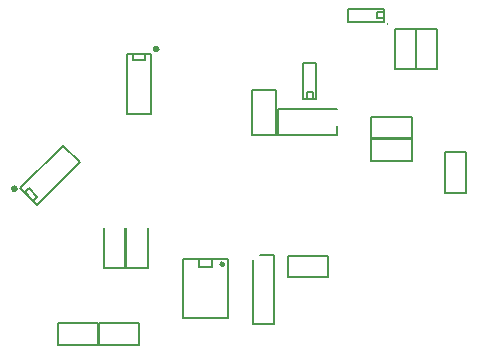
<source format=gbo>
%FSLAX34Y34*%
%MOMM*%
%LNSILK_BOTTOM*%
G71*
G01*
%ADD10C, 0.150*%
%ADD11C, 0.300*%
%ADD12C, 0.000*%
%ADD13C, 0.200*%
%LPD*%
G54D10*
X372334Y-314547D02*
X361634Y-314547D01*
X361634Y-284347D01*
X372334Y-284347D01*
X372334Y-314547D01*
G54D10*
X369534Y-314547D02*
X364434Y-314547D01*
X364434Y-308947D01*
X369534Y-308947D01*
X369534Y-314547D01*
G54D10*
X390173Y-337032D02*
X390173Y-344744D01*
X340174Y-344744D01*
X340173Y-322744D01*
X390173Y-322744D01*
G54D10*
X338262Y-344748D02*
X318262Y-344748D01*
X318262Y-306748D01*
X338262Y-306748D01*
X338262Y-344748D01*
G54D10*
X297990Y-499905D02*
X297990Y-449905D01*
X259990Y-449905D01*
X259990Y-499905D01*
X297990Y-499905D01*
G54D10*
X284490Y-456505D02*
X284490Y-449905D01*
X273490Y-449905D01*
X273490Y-456505D01*
X284490Y-456505D01*
G54D11*
G75*
G01X293987Y-454478D02*
G03X293987Y-454478I-1000J0D01*
G01*
G36*
G75*
G01X293987Y-454478D02*
G03X293987Y-454478I-1000J0D01*
G01*
G37*
X293987Y-454478D01*
G54D10*
X324911Y-446677D02*
X336958Y-446677D01*
X336958Y-480677D01*
G54D10*
X348577Y-465627D02*
X348577Y-447627D01*
X382577Y-447627D01*
X382577Y-465627D01*
X348577Y-465627D01*
G54D10*
X136343Y-404308D02*
X122200Y-390166D01*
X158334Y-354033D01*
X172476Y-368175D01*
X136343Y-404308D01*
G54D10*
X132808Y-400773D02*
X125736Y-393702D01*
X129272Y-390166D01*
X136343Y-397237D01*
X132808Y-400773D01*
G54D10*
X222338Y-522544D02*
X222338Y-504544D01*
X188338Y-504544D01*
X188338Y-522544D01*
X222338Y-522544D01*
G54D10*
X318958Y-450646D02*
X318958Y-480677D01*
G54D10*
X318958Y-470820D02*
X318958Y-504820D01*
X336958Y-504820D01*
X336958Y-470820D01*
G54D10*
X475096Y-289256D02*
X457096Y-289256D01*
X457096Y-255256D01*
X475096Y-255256D01*
X475096Y-289256D01*
G54D10*
X457237Y-289256D02*
X439237Y-289256D01*
X439237Y-255256D01*
X457237Y-255256D01*
X457237Y-289256D01*
G54D10*
X153839Y-504544D02*
X153839Y-522544D01*
X187839Y-522544D01*
X187839Y-504544D01*
X153839Y-504544D01*
G54D10*
X212406Y-276440D02*
X232405Y-276440D01*
X232406Y-327540D01*
X212405Y-327540D01*
X212406Y-276440D01*
G54D10*
X217405Y-276440D02*
X227405Y-276440D01*
X227406Y-281440D01*
X217405Y-281440D01*
X217405Y-276440D01*
G54D12*
G75*
G01X119578Y-390526D02*
G03X119578Y-390526I-2500J0D01*
G01*
G36*
G75*
G01X119578Y-390526D02*
G03X119578Y-390526I-2500J0D01*
G01*
G37*
X119578Y-390526D01*
G54D12*
G75*
G01X239434Y-272257D02*
G03X239434Y-272257I-2500J0D01*
G01*
G36*
G75*
G01X239434Y-272257D02*
G03X239434Y-272257I-2500J0D01*
G01*
G37*
X239434Y-272257D01*
G54D10*
X211816Y-423916D02*
X211816Y-457916D01*
X229816Y-457916D01*
X229816Y-423916D01*
G54D10*
X210766Y-423916D02*
X210766Y-457916D01*
X192766Y-457916D01*
X192766Y-423916D01*
G54D10*
X419331Y-366703D02*
X419331Y-348704D01*
X453331Y-348703D01*
X453331Y-366704D01*
X419331Y-366703D01*
G54D10*
X429740Y-248961D02*
X429740Y-238261D01*
X399540Y-238261D01*
X399540Y-248961D01*
X429740Y-248961D01*
G54D10*
X429740Y-246161D02*
X429740Y-241061D01*
X424140Y-241061D01*
X424140Y-246161D01*
X429740Y-246161D01*
G54D13*
G75*
G01X433372Y-251004D02*
G03X433372Y-251004I-500J0D01*
G01*
G54D10*
X499748Y-393740D02*
X481749Y-393740D01*
X481748Y-359740D01*
X499748Y-359739D01*
X499748Y-393740D01*
G54D10*
X419331Y-347653D02*
X419331Y-329654D01*
X453331Y-329653D01*
X453331Y-347654D01*
X419331Y-347653D01*
M02*

</source>
